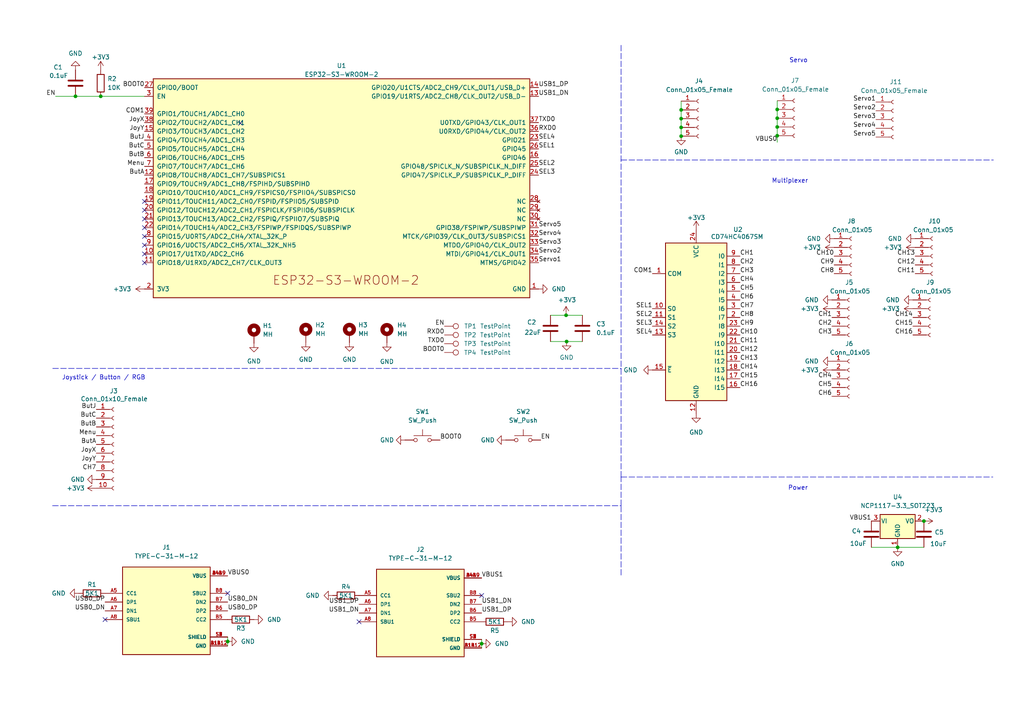
<source format=kicad_sch>
(kicad_sch (version 20211123) (generator eeschema)
  (paper "A4")
  (lib_symbols
    (symbol "74xx:CD74HC4067SM"
      (property "Reference" "U" (at -8.89 22.86 0))
      (property "Value" "CD74HC4067SM" (at 1.27 22.86 0))
      (symbol "CD74HC4067SM_0_1"
        (rectangle (start -8.89 21.59) (end 8.89 -24.13) (stroke (width 0.254)) (fill (type background)))
      )
      (symbol "CD74HC4067SM_1_1"
        (pin passive line (at -12.7 12.7 0) (length 3.81) (name "COM") (number "1"))
        (pin input line (at -12.7 2.54 0) (length 3.81) (name "S0") (number "10"))
        (pin input line (at -12.7 0 0) (length 3.81) (name "S1") (number "11"))
        (pin power_in line (at 0 -27.94 90) (length 3.81) (name "GND") (number "12"))
        (pin input line (at -12.7 -5.08 0) (length 3.81) (name "S3") (number "13"))
        (pin input line (at -12.7 -2.54 0) (length 3.81) (name "S2") (number "14"))
        (pin input line (at -12.7 -15.24 0) (length 3.81) (name "~{E}") (number "15"))
        (pin passive line (at 12.7 -20.32 180) (length 3.81) (name "I15") (number "16"))
        (pin passive line (at 12.7 -17.78 180) (length 3.81) (name "I14") (number "17"))
        (pin passive line (at 12.7 -15.24 180) (length 3.81) (name "I13") (number "18"))
        (pin passive line (at 12.7 -12.7 180) (length 3.81) (name "I12") (number "19"))
        (pin passive line (at 12.7 0 180) (length 3.81) (name "I7") (number "2"))
        (pin passive line (at 12.7 -10.16 180) (length 3.81) (name "I11") (number "20"))
        (pin passive line (at 12.7 -7.62 180) (length 3.81) (name "I10") (number "21"))
        (pin passive line (at 12.7 -5.08 180) (length 3.81) (name "I9") (number "22"))
        (pin passive line (at 12.7 -2.54 180) (length 3.81) (name "I8") (number "23"))
        (pin power_in line (at 0 25.4 270) (length 3.81) (name "VCC") (number "24"))
        (pin passive line (at 12.7 2.54 180) (length 3.81) (name "I6") (number "3"))
        (pin passive line (at 12.7 5.08 180) (length 3.81) (name "I5") (number "4"))
        (pin passive line (at 12.7 7.62 180) (length 3.81) (name "I4") (number "5"))
        (pin passive line (at 12.7 10.16 180) (length 3.81) (name "I3") (number "6"))
        (pin passive line (at 12.7 12.7 180) (length 3.81) (name "I2") (number "7"))
        (pin passive line (at 12.7 15.24 180) (length 3.81) (name "I1") (number "8"))
        (pin passive line (at 12.7 17.78 180) (length 3.81) (name "I0") (number "9"))
      )
    )
    (symbol "Connector:Conn_01x05_Female" (pin_names (offset 1.016) hide)
      (property "Reference" "J" (at 0 7.62 0))
      (property "Value" "Conn_01x05_Female" (at 0 -7.62 0))
      (symbol "Conn_01x05_Female_1_1"
        (arc (start 0 -4.572) (mid -0.508 -5.08) (end 0 -5.588) (stroke (width 0.1524)))
        (arc (start 0 -2.032) (mid -0.508 -2.54) (end 0 -3.048) (stroke (width 0.1524)))
        (polyline (pts (xy -1.27 -5.08) (xy -0.508 -5.08)) (stroke (width 0.1524)))
        (polyline (pts (xy -1.27 -2.54) (xy -0.508 -2.54)) (stroke (width 0.1524)))
        (polyline (pts (xy -1.27 0) (xy -0.508 0)) (stroke (width 0.1524)))
        (polyline (pts (xy -1.27 2.54) (xy -0.508 2.54)) (stroke (width 0.1524)))
        (polyline (pts (xy -1.27 5.08) (xy -0.508 5.08)) (stroke (width 0.1524)))
        (arc (start 0 0.508) (mid -0.508 0) (end 0 -0.508) (stroke (width 0.1524)))
        (arc (start 0 3.048) (mid -0.508 2.54) (end 0 2.032) (stroke (width 0.1524)))
        (arc (start 0 5.588) (mid -0.508 5.08) (end 0 4.572) (stroke (width 0.1524)))
        (pin passive line (at -5.08 5.08 0) (length 3.81) (name "Pin_1") (number "1"))
        (pin passive line (at -5.08 2.54 0) (length 3.81) (name "Pin_2") (number "2"))
        (pin passive line (at -5.08 0 0) (length 3.81) (name "Pin_3") (number "3"))
        (pin passive line (at -5.08 -2.54 0) (length 3.81) (name "Pin_4") (number "4"))
        (pin passive line (at -5.08 -5.08 0) (length 3.81) (name "Pin_5") (number "5"))
      )
    )
    (symbol "Connector:Conn_01x10_Female" (pin_names (offset 1.016) hide)
      (property "Reference" "J" (at 0 12.7 0))
      (property "Value" "Conn_01x10_Female" (at 0 -15.24 0))
      (symbol "Conn_01x10_Female_1_1"
        (arc (start 0 -12.192) (mid -0.508 -12.7) (end 0 -13.208) (stroke (width 0.1524)))
        (arc (start 0 -9.652) (mid -0.508 -10.16) (end 0 -10.668) (stroke (width 0.1524)))
        (arc (start 0 -7.112) (mid -0.508 -7.62) (end 0 -8.128) (stroke (width 0.1524)))
        (arc (start 0 -4.572) (mid -0.508 -5.08) (end 0 -5.588) (stroke (width 0.1524)))
        (arc (start 0 -2.032) (mid -0.508 -2.54) (end 0 -3.048) (stroke (width 0.1524)))
        (polyline (pts (xy -1.27 -12.7) (xy -0.508 -12.7)) (stroke (width 0.1524)))
        (polyline (pts (xy -1.27 -10.16) (xy -0.508 -10.16)) (stroke (width 0.1524)))
        (polyline (pts (xy -1.27 -7.62) (xy -0.508 -7.62)) (stroke (width 0.1524)))
        (polyline (pts (xy -1.27 -5.08) (xy -0.508 -5.08)) (stroke (width 0.1524)))
        (polyline (pts (xy -1.27 -2.54) (xy -0.508 -2.54)) (stroke (width 0.1524)))
        (polyline (pts (xy -1.27 0) (xy -0.508 0)) (stroke (width 0.1524)))
        (polyline (pts (xy -1.27 2.54) (xy -0.508 2.54)) (stroke (width 0.1524)))
        (polyline (pts (xy -1.27 5.08) (xy -0.508 5.08)) (stroke (width 0.1524)))
        (polyline (pts (xy -1.27 7.62) (xy -0.508 7.62)) (stroke (width 0.1524)))
        (polyline (pts (xy -1.27 10.16) (xy -0.508 10.16)) (stroke (width 0.1524)))
        (arc (start 0 0.508) (mid -0.508 0) (end 0 -0.508) (stroke (width 0.1524)))
        (arc (start 0 3.048) (mid -0.508 2.54) (end 0 2.032) (stroke (width 0.1524)))
        (arc (start 0 5.588) (mid -0.508 5.08) (end 0 4.572) (stroke (width 0.1524)))
        (arc (start 0 8.128) (mid -0.508 7.62) (end 0 7.112) (stroke (width 0.1524)))
        (arc (start 0 10.668) (mid -0.508 10.16) (end 0 9.652) (stroke (width 0.1524)))
        (pin passive line (at -5.08 10.16 0) (length 3.81) (name "Pin_1") (number "1"))
        (pin passive line (at -5.08 -12.7 0) (length 3.81) (name "Pin_10") (number "10"))
        (pin passive line (at -5.08 7.62 0) (length 3.81) (name "Pin_2") (number "2"))
        (pin passive line (at -5.08 5.08 0) (length 3.81) (name "Pin_3") (number "3"))
        (pin passive line (at -5.08 2.54 0) (length 3.81) (name "Pin_4") (number "4"))
        (pin passive line (at -5.08 0 0) (length 3.81) (name "Pin_5") (number "5"))
        (pin passive line (at -5.08 -2.54 0) (length 3.81) (name "Pin_6") (number "6"))
        (pin passive line (at -5.08 -5.08 0) (length 3.81) (name "Pin_7") (number "7"))
        (pin passive line (at -5.08 -7.62 0) (length 3.81) (name "Pin_8") (number "8"))
        (pin passive line (at -5.08 -10.16 0) (length 3.81) (name "Pin_9") (number "9"))
      )
    )
    (symbol "Connector:TestPoint" (pin_numbers hide) (pin_names (offset 0.762) hide)
      (property "Reference" "TP" (at 0 6.858 0))
      (property "Value" "TestPoint" (at 0 5.08 0))
      (symbol "TestPoint_0_1"
        (circle (center 0 3.302) (radius 0.762))
      )
      (symbol "TestPoint_1_1"
        (pin passive line (at 0 0 90) (length 2.54) (name "1") (number "1"))
      )
    )
    (symbol "Device:C" (pin_numbers hide) (pin_names (offset 0.254))
      (property "Reference" "C" (at 0.635 2.54 0))
      (property "Value" "C" (at 0.635 -2.54 0))
      (symbol "C_0_1"
        (polyline (pts (xy -2.032 -0.762) (xy 2.032 -0.762)) (stroke (width 0.508)))
        (polyline (pts (xy -2.032 0.762) (xy 2.032 0.762)) (stroke (width 0.508)))
      )
      (symbol "C_1_1"
        (pin passive line (at 0 3.81 270) (length 2.794) (name "~") (number "1"))
        (pin passive line (at 0 -3.81 90) (length 2.794) (name "~") (number "2"))
      )
    )
    (symbol "Device:R" (pin_numbers hide) (pin_names (offset 0))
      (property "Reference" "R" (at 2.032 0 90))
      (property "Value" "R" (at 0 0 90))
      (symbol "R_0_1"
        (rectangle (start -1.016 -2.54) (end 1.016 2.54) (stroke (width 0.254)))
      )
      (symbol "R_1_1"
        (pin passive line (at 0 3.81 270) (length 1.27) (name "~") (number "1"))
        (pin passive line (at 0 -3.81 90) (length 1.27) (name "~") (number "2"))
      )
    )
    (symbol "Espressif:ESP32-S3-WROOM-2" (pin_names (offset 1.016))
      (property "Reference" "U" (at -55.88 38.1 0))
      (property "Value" "ESP32-S3-WROOM-2" (at -55.88 35.56 0))
      (symbol "ESP32-S3-WROOM-2_0_0"
        (rectangle (start -55.88 33.02) (end 53.34 -30.48) (stroke (width 0.254)) (fill (type background)))
        (text "ESP32-S3-WROOM-2" (at 0 -25.4 0) (effects (font (size 2.54 2.54))))
        (pin power_in line (at 55.88 -27.94 180) (length 2.54) (name "GND") (number "1"))
        (pin bidirectional line (at -58.42 -17.78 0) (length 2.54) (name "GPIO17/U1TXD/ADC2_CH6") (number "10"))
        (pin bidirectional line (at -58.42 -20.32 0) (length 2.54) (name "GPIO18/U1RXD/ADC2_CH7/CLK_OUT3") (number "11"))
        (pin bidirectional line (at -58.42 5.08 0) (length 2.54) (name "GPIO8/TOUCH8/ADC1_CH7/SUBSPICS1") (number "12"))
        (pin bidirectional line (at 55.88 27.94 180) (length 2.54) (name "GPIO19/U1RTS/ADC2_CH8/CLK_OUT2/USB_D-") (number "13"))
        (pin bidirectional line (at 55.88 30.48 180) (length 2.54) (name "GPIO20/U1CTS/ADC2_CH9/CLK_OUT1/USB_D+") (number "14"))
        (pin bidirectional line (at -58.42 17.78 0) (length 2.54) (name "GPIO3/TOUCH3/ADC1_CH2") (number "15"))
        (pin bidirectional line (at 55.88 10.16 180) (length 2.54) (name "GPIO46") (number "16"))
        (pin bidirectional line (at -58.42 2.54 0) (length 2.54) (name "GPIO9/TOUCH9/ADC1_CH8/FSPIHD/SUBSPIHD") (number "17"))
        (pin bidirectional line (at -58.42 0 0) (length 2.54) (name "GPIO10/TOUCH10/ADC1_CH9/FSPICS0/FSPIIO4/SUBSPICS0") (number "18"))
        (pin bidirectional line (at -58.42 -2.54 0) (length 2.54) (name "GPIO11/TOUCH11/ADC2_CH0/FSPID/FSPIIO5/SUBSPID") (number "19"))
        (pin power_in line (at -58.42 -27.94 0) (length 2.54) (name "3V3") (number "2"))
        (pin bidirectional line (at -58.42 -5.08 0) (length 2.54) (name "GPIO12/TOUCH12/ADC2_CH1/FSPICLK/FSPIIO6/SUBSPICLK") (number "20"))
        (pin bidirectional line (at -58.42 -7.62 0) (length 2.54) (name "GPIO13/TOUCH13/ADC2_CH2/FSPIQ/FSPIIO7/SUBSPIQ") (number "21"))
        (pin bidirectional line (at -58.42 -10.16 0) (length 2.54) (name "GPIO14/TOUCH14/ADC2_CH3/FSPIWP/FSPIDQS/SUBSPIWP") (number "22"))
        (pin bidirectional line (at 55.88 15.24 180) (length 2.54) (name "GPIO21") (number "23"))
        (pin bidirectional line (at 55.88 5.08 180) (length 2.54) (name "GPIO47/SPICLK_P/SUBSPICLK_P_DIFF") (number "24"))
        (pin bidirectional line (at 55.88 7.62 180) (length 2.54) (name "GPIO48/SPICLK_N/SUBSPICLK_N_DIFF") (number "25"))
        (pin bidirectional line (at 55.88 12.7 180) (length 2.54) (name "GPIO45") (number "26"))
        (pin bidirectional line (at -58.42 30.48 0) (length 2.54) (name "GPIO0/BOOT") (number "27"))
        (pin no_connect line (at 55.88 -2.54 180) (length 2.54) (name "NC") (number "28"))
        (pin no_connect line (at 55.88 -5.08 180) (length 2.54) (name "NC") (number "29"))
        (pin input line (at -58.42 27.94 0) (length 2.54) (name "EN") (number "3"))
        (pin no_connect line (at 55.88 -7.62 180) (length 2.54) (name "NC") (number "30"))
        (pin bidirectional line (at 55.88 -10.16 180) (length 2.54) (name "GPIO38/FSPIWP/SUBSPIWP") (number "31"))
        (pin bidirectional line (at 55.88 -12.7 180) (length 2.54) (name "MTCK/GPIO39/CLK_OUT3/SUBSPICS1") (number "32"))
        (pin bidirectional line (at 55.88 -15.24 180) (length 2.54) (name "MTDO/GPIO40/CLK_OUT2") (number "33"))
        (pin bidirectional line (at 55.88 -17.78 180) (length 2.54) (name "MTDI/GPIO41/CLK_OUT1") (number "34"))
        (pin bidirectional line (at 55.88 -20.32 180) (length 2.54) (name "MTMS/GPIO42") (number "35"))
        (pin bidirectional line (at 55.88 17.78 180) (length 2.54) (name "U0RXD/GPIO44/CLK_OUT2") (number "36"))
        (pin bidirectional line (at 55.88 20.32 180) (length 2.54) (name "U0TXD/GPIO43/CLK_OUT1") (number "37"))
        (pin bidirectional line (at -58.42 20.32 0) (length 2.54) (name "GPIO2/TOUCH2/ADC1_CH1") (number "38"))
        (pin bidirectional line (at -58.42 22.86 0) (length 2.54) (name "GPIO1/TOUCH1/ADC1_CH0") (number "39"))
        (pin bidirectional line (at -58.42 15.24 0) (length 2.54) (name "GPIO4/TOUCH4/ADC1_CH3") (number "4"))
        (pin passive line (at 55.88 -27.94 180) (length 2.54) hide (name "GND") (number "40"))
        (pin passive line (at 55.88 -27.94 180) (length 2.54) hide (name "GND") (number "41"))
        (pin bidirectional line (at -58.42 12.7 0) (length 2.54) (name "GPIO5/TOUCH5/ADC1_CH4") (number "5"))
        (pin bidirectional line (at -58.42 10.16 0) (length 2.54) (name "GPIO6/TOUCH6/ADC1_CH5") (number "6"))
        (pin bidirectional line (at -58.42 7.62 0) (length 2.54) (name "GPIO7/TOUCH7/ADC1_CH6") (number "7"))
        (pin bidirectional line (at -58.42 -12.7 0) (length 2.54) (name "GPIO15/U0RTS/ADC2_CH4/XTAL_32K_P") (number "8"))
        (pin bidirectional line (at -58.42 -15.24 0) (length 2.54) (name "GPIO16/U0CTS/ADC2_CH5/XTAL_32K_NH5") (number "9"))
      )
    )
    (symbol "Mechanical:MountingHole_Pad" (pin_numbers hide) (pin_names (offset 1.016) hide)
      (property "Reference" "H" (at 0 6.35 0))
      (property "Value" "MountingHole_Pad" (at 0 4.445 0))
      (symbol "MountingHole_Pad_0_1"
        (circle (center 0 1.27) (radius 1.27) (stroke (width 1.27)))
      )
      (symbol "MountingHole_Pad_1_1"
        (pin input line (at 0 -2.54 90) (length 2.54) (name "1") (number "1"))
      )
    )
    (symbol "Regulator_Linear:NCP1117-3.3_SOT223" (pin_names (offset 0.254))
      (property "Reference" "U" (at -3.81 3.175 0))
      (property "Value" "NCP1117-3.3_SOT223" (at 0 3.175 0))
      (symbol "NCP1117-3.3_SOT223_0_1"
        (rectangle (start -5.08 -5.08) (end 5.08 1.905) (stroke (width 0.254)) (fill (type background)))
      )
      (symbol "NCP1117-3.3_SOT223_1_1"
        (pin power_in line (at 0 -7.62 90) (length 2.54) (name "GND") (number "1"))
        (pin power_out line (at 7.62 0 180) (length 2.54) (name "VO") (number "2"))
        (pin power_in line (at -7.62 0 0) (length 2.54) (name "VI") (number "3"))
      )
    )
    (symbol "Switch:SW_Push" (pin_numbers hide) (pin_names (offset 1.016) hide)
      (property "Reference" "SW" (at 1.27 2.54 0))
      (property "Value" "SW_Push" (at 0 -1.524 0))
      (symbol "SW_Push_0_1"
        (circle (center -2.032 0) (radius 0.508))
        (polyline (pts (xy 0 1.27) (xy 0 3.048)))
        (polyline (pts (xy 2.54 1.27) (xy -2.54 1.27)))
        (circle (center 2.032 0) (radius 0.508))
        (pin passive line (at -5.08 0 0) (length 2.54) (name "1") (number "1"))
        (pin passive line (at 5.08 0 180) (length 2.54) (name "2") (number "2"))
      )
    )
    (symbol "TYPE-C-31-M-12:TYPE-C-31-M-12" (pin_names (offset 1.016))
      (property "Reference" "J" (at -12.7 13.462 0))
      (property "Value" "TYPE-C-31-M-12" (at -12.7 -13.462 0))
      (symbol "TYPE-C-31-M-12_0_0"
        (rectangle (start -12.7 -12.7) (end 12.7 12.7) (stroke (width 0.254)) (fill (type background)))
        (pin power_in line (at 17.78 -10.16 180) (length 5.08) (name "GND") (number "A1B12"))
        (pin power_in line (at 17.78 10.16 180) (length 5.08) (name "VBUS") (number "A4B9"))
        (pin bidirectional line (at -17.78 5.08 0) (length 5.08) (name "CC1") (number "A5"))
        (pin bidirectional line (at -17.78 2.54 0) (length 5.08) (name "DP1") (number "A6"))
        (pin bidirectional line (at -17.78 0 0) (length 5.08) (name "DN1") (number "A7"))
        (pin bidirectional line (at -17.78 -2.54 0) (length 5.08) (name "SBU1") (number "A8"))
        (pin power_in line (at 17.78 -10.16 180) (length 5.08) (name "GND") (number "B1A12"))
        (pin power_in line (at 17.78 10.16 180) (length 5.08) (name "VBUS") (number "B4A9"))
        (pin bidirectional line (at 17.78 -2.54 180) (length 5.08) (name "CC2") (number "B5"))
        (pin bidirectional line (at 17.78 0 180) (length 5.08) (name "DP2") (number "B6"))
        (pin bidirectional line (at 17.78 2.54 180) (length 5.08) (name "DN2") (number "B7"))
        (pin bidirectional line (at 17.78 5.08 180) (length 5.08) (name "SBU2") (number "B8"))
        (pin passive line (at 17.78 -7.62 180) (length 5.08) (name "SHIELD") (number "S1"))
        (pin passive line (at 17.78 -7.62 180) (length 5.08) (name "SHIELD") (number "S2"))
        (pin passive line (at 17.78 -7.62 180) (length 5.08) (name "SHIELD") (number "S3"))
        (pin passive line (at 17.78 -7.62 180) (length 5.08) (name "SHIELD") (number "S4"))
      )
    )
    (symbol "power:+3.3V" (power) (pin_names (offset 0))
      (property "Value" "+3.3V" (at 0 3.556 0))
      (symbol "+3.3V_0_1"
        (polyline (pts (xy -0.762 1.27) (xy 0 2.54)))
        (polyline (pts (xy 0 0) (xy 0 2.54)))
        (polyline (pts (xy 0 2.54) (xy 0.762 1.27)))
      )
      (symbol "+3.3V_1_1"
        (pin power_in line (at 0 0 90) (length 0) hide (name "+3V3") (number "1"))
      )
    )
    (symbol "power:GND" (power) (pin_names (offset 0))
      (property "Value" "GND" (at 0 -3.81 0))
      (symbol "GND_0_1"
        (polyline (pts (xy 0 0) (xy 0 -1.27) (xy 1.27 -1.27) (xy 0 -2.54) (xy -1.27 -1.27) (xy 0 -1.27)))
      )
      (symbol "GND_1_1"
        (pin power_in line (at 0 0 270) (length 0) hide (name "GND") (number "1"))
      )
    )
  )
  (junction (at 225.425 39.37))
  (junction (at 260.35 158.75))
  (junction (at 66.04 186.055))
  (junction (at 29.21 27.94))
  (junction (at 225.425 34.29))
  (junction (at 225.425 36.83))
  (junction (at 164.1856 91.44))
  (junction (at 197.5612 31.877))
  (junction (at 21.8948 27.94))
  (junction (at 197.5612 39.497))
  (junction (at 139.7 186.69))
  (junction (at 164.338 99.06))
  (junction (at 197.5612 34.417))
  (junction (at 197.5612 36.957))
  (junction (at 267.97 151.13))
  (junction (at 225.425 31.75))
  (no_connect (at 41.91 63.5))
  (no_connect (at 41.91 58.42))
  (no_connect (at 41.91 60.96))
  (no_connect (at 41.91 66.04))
  (no_connect (at 41.91 68.58))
  (no_connect (at 41.91 71.12))
  (no_connect (at 41.91 73.66))
  (no_connect (at 41.91 76.2))
  (no_connect (at 139.7 172.72))
  (no_connect (at 69.7484 35.7378))
  (no_connect (at 30.48 179.705))
  (no_connect (at 104.14 180.34))
  (no_connect (at 66.04 172.085))
  (polyline (pts (xy 180.1368 138.3538) (xy 180.1368 46.4058)))
  (wire (pts (xy 139.7 185.42) (xy 139.7 186.69)))
  (wire (pts (xy 225.425 29.21) (xy 225.425 31.75)))
  (polyline (pts (xy 180.1368 166.8018) (xy 180.1368 146.685)))
  (wire (pts (xy 225.425 39.37) (xy 225.425 41.275)))
  (polyline (pts (xy 15.24 146.685) (xy 180.1368 146.685)))
  (wire (pts (xy 66.04 184.785) (xy 66.04 186.055)))
  (wire (pts (xy 16.1036 27.94) (xy 21.8948 27.94)))
  (polyline (pts (xy 15.2908 106.8578) (xy 180.1368 106.8578)))
  (wire (pts (xy 197.5612 36.957) (xy 197.5612 39.497)))
  (wire (pts (xy 164.338 99.06) (xy 168.91 99.06)))
  (wire (pts (xy 159.6644 91.44) (xy 164.1856 91.44)))
  (polyline (pts (xy 180.1368 13.1318) (xy 180.1368 46.4058)))
  (wire (pts (xy 252.73 158.75) (xy 260.35 158.75)))
  (polyline (pts (xy 180.1368 106.8578) (xy 180.1368 107.061)))
  (wire (pts (xy 164.1856 91.44) (xy 168.91 91.44)))
  (wire (pts (xy 139.7 186.69) (xy 139.7 187.96)))
  (polyline (pts (xy 180.1368 46.4058) (xy 288.1376 46.4058)))
  (wire (pts (xy 159.6644 99.06) (xy 164.338 99.06)))
  (wire (pts (xy 225.425 34.29) (xy 225.425 36.83)))
  (polyline (pts (xy 180.1368 146.6342) (xy 180.1368 138.3538)))
  (wire (pts (xy 66.04 186.055) (xy 66.04 187.325)))
  (polyline (pts (xy 180.1368 138.3538) (xy 287.9852 138.3538)))
  (wire (pts (xy 225.425 36.83) (xy 225.425 39.37)))
  (wire (pts (xy 197.5612 34.417) (xy 197.5612 36.957)))
  (wire (pts (xy 197.5612 29.337) (xy 197.5612 31.877)))
  (wire (pts (xy 197.5612 31.877) (xy 197.5612 34.417)))
  (wire (pts (xy 260.35 158.75) (xy 267.97 158.75)))
  (wire (pts (xy 225.425 31.75) (xy 225.425 34.29)))
  (wire (pts (xy 29.21 27.94) (xy 41.91 27.94)))
  (wire (pts (xy 21.8948 27.94) (xy 29.21 27.94)))
  (text "Servo" (at 228.9048 18.3642 0) (effects (font (size 1.27 1.27)) (justify left bottom)))
  (text "Joystick / Button / RGB" (at 17.9324 110.363 0) (effects (font (size 1.27 1.27)) (justify left bottom)))
  (text "Multiplexer" (at 223.8248 53.3146 0) (effects (font (size 1.27 1.27)) (justify left bottom)))
  (text "Power" (at 228.5492 142.367 0) (effects (font (size 1.27 1.27)) (justify left bottom)))
  (label "USB1_DN" (at 139.7 175.26 0))
  (label "CH14" (at 264.795 92.075 180))
  (label "SEL2" (at 189.23 92.075 180))
  (label "Menu" (at 27.94 126.365 180))
  (label "EN" (at 128.905 94.615 180))
  (label "CH6" (at 214.63 86.995 0))
  (label "COM1" (at 189.23 79.375 180))
  (label "CH8" (at 241.935 79.375 180))
  (label "CH16" (at 214.63 112.395 0))
  (label "USB0_DP" (at 66.04 177.165 0))
  (label "EN" (at 16.1036 27.94 180))
  (label "Servo1" (at 156.21 76.2 0))
  (label "SEL3" (at 189.23 94.615 180))
  (label "ButA" (at 41.91 50.8 180))
  (label "Servo5" (at 254.0508 39.751 180))
  (label "CH3" (at 214.63 79.375 0))
  (label "USB1_DP" (at 156.21 25.4 0))
  (label "ButC" (at 41.91 43.18 180))
  (label "Servo2" (at 156.21 73.66 0))
  (label "SEL3" (at 156.21 50.8 0))
  (label "CH3" (at 241.3 97.155 180))
  (label "USB1_DN" (at 104.14 177.8 180))
  (label "CH13" (at 265.43 74.295 180))
  (label "COM1" (at 41.91 33.02 180))
  (label "BOOT0" (at 128.905 102.235 180))
  (label "Servo5" (at 156.21 66.04 0))
  (label "CH2" (at 214.63 76.835 0))
  (label "VBUS0" (at 225.425 41.275 180))
  (label "SEL2" (at 156.21 48.26 0))
  (label "TXD0" (at 156.21 35.56 0))
  (label "ButB" (at 27.94 123.825 180))
  (label "BOOT0" (at 41.91 25.4 180))
  (label "CH1" (at 241.3 92.075 180))
  (label "CH11" (at 265.43 79.375 180))
  (label "CH12" (at 265.43 76.835 180))
  (label "TXD0" (at 128.905 99.695 180))
  (label "CH9" (at 214.63 94.615 0))
  (label "CH7" (at 214.63 89.535 0))
  (label "CH12" (at 214.63 102.235 0))
  (label "Servo3" (at 156.21 71.12 0))
  (label "USB0_DN" (at 30.48 177.165 180))
  (label "JoyY" (at 41.91 38.1 180))
  (label "Servo3" (at 254.0508 34.671 180))
  (label "RXD0" (at 156.21 38.1 0))
  (label "CH4" (at 214.63 81.915 0))
  (label "CH1" (at 214.63 74.295 0))
  (label "CH4" (at 241.3 109.855 180))
  (label "CH10" (at 241.935 74.295 180))
  (label "USB1_DP" (at 104.14 175.26 180))
  (label "Menu" (at 41.91 48.26 180))
  (label "Servo4" (at 254.0508 37.211 180))
  (label "CH15" (at 214.63 109.855 0))
  (label "CH11" (at 214.63 99.695 0))
  (label "CH5" (at 214.63 84.455 0))
  (label "CH15" (at 264.795 94.615 180))
  (label "CH6" (at 241.3 114.935 180))
  (label "ButJ" (at 41.91 40.64 180))
  (label "RXD0" (at 128.905 97.155 180))
  (label "CH9" (at 241.935 76.835 180))
  (label "CH13" (at 214.63 104.775 0))
  (label "CH7" (at 27.94 136.525 180))
  (label "JoyY" (at 27.94 133.985 180))
  (label "VBUS1" (at 139.7 167.64 0))
  (label "USB0_DN" (at 66.04 174.625 0))
  (label "Servo4" (at 156.21 68.58 0))
  (label "USB1_DN" (at 156.21 27.94 0))
  (label "ButC" (at 27.94 121.285 180))
  (label "CH2" (at 241.3 94.615 180))
  (label "CH10" (at 214.63 97.155 0))
  (label "JoyX" (at 41.91 35.56 180))
  (label "ButJ" (at 27.94 118.745 180))
  (label "EN" (at 156.845 127.635 0))
  (label "USB0_DP" (at 30.48 174.625 180))
  (label "CH14" (at 214.63 107.315 0))
  (label "JoyX" (at 27.94 131.445 180))
  (label "ButA" (at 27.94 128.905 180))
  (label "CH8" (at 214.63 92.075 0))
  (label "Servo1" (at 254.0508 29.591 180))
  (label "VBUS1" (at 252.73 151.13 180))
  (label "SEL4" (at 189.23 97.155 180))
  (label "SEL1" (at 156.21 43.18 0))
  (label "Servo2" (at 254.0508 32.131 180))
  (label "SEL1" (at 189.23 89.535 180))
  (label "BOOT0" (at 127.635 127.635 0))
  (label "CH5" (at 241.3 112.395 180))
  (label "SEL4" (at 156.21 40.64 0))
  (label "ButB" (at 41.91 45.72 180))
  (label "CH16" (at 264.795 97.155 180))
  (label "USB1_DP" (at 139.7 177.8 0))
  (label "VBUS0" (at 66.04 167.005 0))
  (symbol (lib_id "power:GND") (at 101.346 99.3394 0) (unit 1)
    (property "Reference" "#PWR0122" (effects hide))
    (property "Value" "GND" (at 101.346 104.267 0))
  )
  (symbol (lib_id "power:+3.3V") (at 265.43 71.755 90) (unit 1)
    (property "Reference" "#PWR0115" (effects hide))
    (property "Value" "+3.3V" (at 261.62 71.7549 90) (effects (justify left)))
  )
  (symbol (lib_id "Connector:Conn_01x05_Female") (at 202.6412 34.417 0) (unit 1)
    (property "Reference" "J4" (at 201.5236 23.495 0) (effects (justify left)))
    (property "Value" "Conn_01x05_Female" (at 193.0908 26.035 0) (effects (justify left)))
    (property "Footprint" "Connector_PinHeader_2.54mm:PinHeader_1x05_P2.54mm_Vertical" (effects hide))
  )
  (symbol (lib_id "power:+3.3V") (at 29.21 20.32 0) (unit 1)
    (property "Reference" "#PWR0127" (effects hide))
    (property "Value" "+3.3V" (at 29.21 16.5608 0))
  )
  (symbol (lib_id "power:+3.3V") (at 241.935 71.755 90) (unit 1)
    (property "Reference" "#PWR0111" (effects hide))
    (property "Value" "+3.3V" (at 238.125 71.7549 90) (effects (justify left)))
  )
  (symbol (lib_id "power:+3.3V") (at 41.91 83.82 90) (unit 1)
    (property "Reference" "#PWR0104" (effects hide))
    (property "Value" "+3.3V" (at 38.1 83.8199 90) (effects (justify left)))
  )
  (symbol (lib_id "power:GND") (at 21.8948 20.32 180) (unit 1)
    (property "Reference" "#PWR0130" (effects hide))
    (property "Value" "GND" (at 21.8948 15.494 0))
  )
  (symbol (lib_id "Device:R") (at 100.33 172.72 90) (unit 1)
    (property "Reference" "R4" (at 100.33 170.18 90))
    (property "Value" "5K1" (at 100.33 172.72 90))
    (property "Footprint" "Resistor_SMD:R_0402_1005Metric" (effects hide))
  )
  (symbol (lib_id "Connector:Conn_01x05_Female") (at 259.1308 34.671 0) (unit 1)
    (property "Reference" "J11" (at 258.0132 23.749 0) (effects (justify left)))
    (property "Value" "Conn_01x05_Female" (at 249.5804 26.289 0) (effects (justify left)))
    (property "Footprint" "Connector_PinHeader_2.54mm:PinHeader_1x05_P2.54mm_Vertical" (effects hide))
  )
  (symbol (lib_id "Connector:Conn_01x05_Female") (at 246.38 92.075 0) (unit 1)
    (property "Reference" "J5" (at 245.11 81.915 0) (effects (justify left)))
    (property "Value" "Conn_01x05" (at 240.665 84.455 0) (effects (justify left)))
    (property "Footprint" "Connector_JST:JST_XA_B05B-XASK-1-A_1x05_P2.50mm_Vertical" (effects hide))
  )
  (symbol (lib_id "power:GND") (at 241.3 104.775 270) (unit 1)
    (property "Reference" "#PWR0106" (effects hide))
    (property "Value" "GND" (at 237.49 104.7749 90) (effects (justify right)))
  )
  (symbol (lib_id "Mechanical:MountingHole_Pad") (at 101.346 96.7994 0) (unit 1)
    (property "Reference" "H3" (at 103.886 94.2593 0) (effects (justify left)))
    (property "Value" "MH" (at 103.886 96.7993 0) (effects (justify left)))
    (property "Footprint" "MountingHole:MountingHole_2.2mm_M2_Pad" (effects hide))
  )
  (symbol (lib_id "Connector:TestPoint") (at 128.905 102.235 270) (unit 1)
    (property "Reference" "TP4" (at 134.5438 102.2858 90) (effects (justify left)))
    (property "Value" "TestPoint" (at 139.2174 102.235 90) (effects (justify left)))
    (property "Footprint" "TestPoint:TestPoint_Pad_D1.5mm" (effects hide))
  )
  (symbol (lib_id "Connector:Conn_01x05_Female") (at 230.505 34.29 0) (unit 1)
    (property "Reference" "J7" (at 229.3874 23.368 0) (effects (justify left)))
    (property "Value" "Conn_01x05_Female" (at 220.9546 25.908 0) (effects (justify left)))
    (property "Footprint" "Connector_PinHeader_2.54mm:PinHeader_1x05_P2.54mm_Vertical" (effects hide))
  )
  (symbol (lib_id "Connector:Conn_01x05_Female") (at 247.015 74.295 0) (unit 1)
    (property "Reference" "J8" (at 245.745 64.135 0) (effects (justify left)))
    (property "Value" "Conn_01x05" (at 241.3 66.675 0) (effects (justify left)))
    (property "Footprint" "Connector_JST:JST_XA_B05B-XASK-1-A_1x05_P2.50mm_Vertical" (effects hide))
  )
  (symbol (lib_id "TYPE-C-31-M-12:TYPE-C-31-M-12") (at 48.26 177.165 0) (unit 1)
    (property "Reference" "J1" (at 48.26 158.75 0))
    (property "Value" "TYPE-C-31-M-12" (at 48.26 161.29 0))
    (property "Footprint" "footprint:HRO_TYPE-C-31-M-12" (effects hide))
    (property "MANUFACTURER" "HRO Electronics" (effects hide))
    (property "PARTREV" "A" (effects hide))
    (property "MAXIMUM_PACKAGE_HEIGHT" "3.31mm" (effects hide))
    (property "STANDARD" "Manufacturer Recommendations" (effects hide))
    (property "LCSC" "C165948" (effects hide))
  )
  (symbol (lib_id "power:GND") (at 22.86 172.085 270) (unit 1)
    (property "Reference" "#PWR0132" (effects hide))
    (property "Value" "GND" (at 19.05 172.0849 90) (effects (justify right)))
  )
  (symbol (lib_id "TYPE-C-31-M-12:TYPE-C-31-M-12") (at 121.92 177.8 0) (unit 1)
    (property "Reference" "J2" (at 121.92 159.385 0))
    (property "Value" "TYPE-C-31-M-12" (at 121.92 161.925 0))
    (property "Footprint" "footprint:HRO_TYPE-C-31-M-12" (effects hide))
    (property "MANUFACTURER" "HRO Electronics" (effects hide))
    (property "PARTREV" "A" (effects hide))
    (property "MAXIMUM_PACKAGE_HEIGHT" "3.31mm" (effects hide))
    (property "STANDARD" "Manufacturer Recommendations" (effects hide))
    (property "LCSC" "C165948" (effects hide))
  )
  (symbol (lib_id "Connector:TestPoint") (at 128.905 94.615 270) (unit 1)
    (property "Reference" "TP1" (at 134.5946 94.615 90) (effects (justify left)))
    (property "Value" "TestPoint" (at 139.2174 94.615 90) (effects (justify left)))
    (property "Footprint" "TestPoint:TestPoint_Pad_D1.5mm" (effects hide))
  )
  (symbol (lib_id "Device:C") (at 168.91 95.25 0) (unit 1)
    (property "Reference" "C3" (at 172.9232 93.9799 0) (effects (justify left)))
    (property "Value" "0.1uF" (at 172.9232 96.5199 0) (effects (justify left)))
    (property "Footprint" "Capacitor_SMD:C_0402_1005Metric" (effects hide))
  )
  (symbol (lib_id "power:GND") (at 73.66 99.5426 0) (unit 1)
    (property "Reference" "#PWR0123" (effects hide))
    (property "Value" "GND" (at 73.66 104.775 0))
  )
  (symbol (lib_id "power:+3.3V") (at 164.1856 91.44 0) (unit 1)
    (property "Reference" "#PWR0126" (effects hide))
    (property "Value" "+3.3V" (at 164.465 86.995 0))
  )
  (symbol (lib_id "Mechanical:MountingHole_Pad") (at 73.66 97.0026 0) (unit 1)
    (property "Reference" "H1" (at 76.2 94.4625 0) (effects (justify left)))
    (property "Value" "MH" (at 76.2 97.0025 0) (effects (justify left)))
    (property "Footprint" "MountingHole:MountingHole_2.2mm_M2_Pad" (effects hide))
  )
  (symbol (lib_id "Device:C") (at 159.6644 95.25 0) (unit 1)
    (property "Reference" "C2" (at 152.8572 93.472 0) (effects (justify left)))
    (property "Value" "22uF" (at 152.0952 96.4184 0) (effects (justify left)))
    (property "Footprint" "Capacitor_SMD:C_0402_1005Metric" (effects hide))
  )
  (symbol (lib_id "power:GND") (at 197.5612 39.497 0) (unit 1)
    (property "Reference" "#PWR0119" (effects hide))
    (property "Value" "GND" (at 197.5612 44.069 0))
  )
  (symbol (lib_id "Mechanical:MountingHole_Pad") (at 112.2172 96.8502 0) (unit 1)
    (property "Reference" "H4" (at 115.1636 94.3101 0) (effects (justify left)))
    (property "Value" "MH" (at 115.1636 96.8501 0) (effects (justify left)))
    (property "Footprint" "MountingHole:MountingHole_2.2mm_M2_Pad" (effects hide))
  )
  (symbol (lib_id "Switch:SW_Push") (at 151.765 127.635 0) (unit 1)
    (property "Reference" "SW2" (at 151.765 119.38 0))
    (property "Value" "SW_Push" (at 151.765 121.92 0))
    (property "Footprint" "Button_Switch_SMD:SW_Push_1P1T_NO_CK_KMR2" (effects hide))
  )
  (symbol (lib_id "power:GND") (at 66.04 186.055 90) (unit 1)
    (property "Reference" "#PWR0133" (effects hide))
    (property "Value" "GND" (at 69.85 186.0549 90) (effects (justify right)))
  )
  (symbol (lib_id "Connector:Conn_01x10_Female") (at 33.02 128.905 0) (unit 1)
    (property "Reference" "J3" (at 31.8008 113.411 0) (effects (justify left)))
    (property "Value" "Conn_01x10_Female" (at 23.368 115.697 0) (effects (justify left)))
    (property "Footprint" "Connector_JST:JST_XH_B10B-XH-AM_1x10_P2.50mm_Vertical" (effects hide))
  )
  (symbol (lib_id "Device:C") (at 267.97 154.94 0) (unit 1)
    (property "Reference" "C5" (at 271.0688 154.3812 0) (effects (justify left)))
    (property "Value" "10uF" (at 269.748 157.734 0) (effects (justify left)))
    (property "Footprint" "Capacitor_SMD:C_0402_1005Metric" (effects hide))
  )
  (symbol (lib_id "power:GND") (at 241.3 86.995 270) (unit 1)
    (property "Reference" "#PWR0107" (effects hide))
    (property "Value" "GND" (at 237.49 86.9949 90) (effects (justify right)))
  )
  (symbol (lib_id "Connector:TestPoint") (at 128.905 99.695 270) (unit 1)
    (property "Reference" "TP3" (at 134.5438 99.695 90) (effects (justify left)))
    (property "Value" "TestPoint" (at 139.2174 99.695 90) (effects (justify left)))
    (property "Footprint" "TestPoint:TestPoint_Pad_D1.5mm" (effects hide))
  )
  (symbol (lib_id "Device:C") (at 21.8948 24.13 0) (unit 1)
    (property "Reference" "C1" (at 15.494 19.5072 0) (effects (justify left)))
    (property "Value" "0.1uF" (at 14.2748 21.9456 0) (effects (justify left)))
    (property "Footprint" "Capacitor_SMD:C_0402_1005Metric" (effects hide))
  )
  (symbol (lib_id "74xx:CD74HC4067SM") (at 201.93 92.075 0) (unit 1)
    (property "Reference" "U2" (at 212.6488 66.5734 0) (effects (justify left)))
    (property "Value" "CD74HC4067SM" (at 206.1464 68.6562 0) (effects (justify left)))
    (property "Footprint" "Package_SO:SSOP-24_5.3x8.2mm_P0.65mm" (effects hide))
    (property "Datasheet" "http://www.ti.com/lit/ds/symlink/cd74hc4067.pdf" (effects hide))
  )
  (symbol (lib_id "power:GND") (at 73.66 179.705 90) (unit 1)
    (property "Reference" "#PWR0134" (effects hide))
    (property "Value" "GND" (at 77.47 179.7049 90) (effects (justify right)))
  )
  (symbol (lib_id "Device:R") (at 29.21 24.13 0) (unit 1)
    (property "Reference" "R2" (at 31.1404 22.8599 0) (effects (justify left)))
    (property "Value" "10K" (at 31.1404 25.3999 0) (effects (justify left)))
    (property "Footprint" "Resistor_SMD:R_0402_1005Metric" (effects hide))
  )
  (symbol (lib_id "power:GND") (at 241.935 69.215 270) (unit 1)
    (property "Reference" "#PWR0112" (effects hide))
    (property "Value" "GND" (at 238.125 69.2149 90) (effects (justify right)))
  )
  (symbol (lib_id "power:GND") (at 147.32 180.34 90) (unit 1)
    (property "Reference" "#PWR0136" (effects hide))
    (property "Value" "GND" (at 151.13 180.3399 90) (effects (justify right)))
  )
  (symbol (lib_id "Connector:TestPoint") (at 128.905 97.155 270) (unit 1)
    (property "Reference" "TP2" (at 134.5438 97.155 90) (effects (justify left)))
    (property "Value" "TestPoint" (at 139.1666 97.155 90) (effects (justify left)))
    (property "Footprint" "TestPoint:TestPoint_Pad_D1.5mm" (effects hide))
  )
  (symbol (lib_id "power:GND") (at 27.94 139.065 270) (unit 1)
    (property "Reference" "#PWR0138" (effects hide))
    (property "Value" "GND" (at 24.5872 139.0649 90) (effects (justify right)))
  )
  (symbol (lib_id "power:GND") (at 265.43 69.215 270) (unit 1)
    (property "Reference" "#PWR0114" (effects hide))
    (property "Value" "GND" (at 261.62 69.2149 90) (effects (justify right)))
  )
  (symbol (lib_id "power:GND") (at 112.2172 99.3902 0) (unit 1)
    (property "Reference" "#PWR0121" (effects hide))
    (property "Value" "GND" (at 112.2172 104.8766 0))
  )
  (symbol (lib_id "power:+3.3V") (at 264.795 89.535 90) (unit 1)
    (property "Reference" "#PWR0113" (effects hide))
    (property "Value" "+3.3V" (at 260.985 89.5349 90) (effects (justify left)))
  )
  (symbol (lib_id "power:GND") (at 189.23 107.315 270) (unit 1)
    (property "Reference" "#PWR0109" (effects hide))
    (property "Value" "GND" (at 184.912 107.3149 90) (effects (justify right)))
  )
  (symbol (lib_id "power:+3.3V") (at 201.93 66.675 0) (unit 1)
    (property "Reference" "#PWR0120" (effects hide))
    (property "Value" "+3.3V" (at 201.93 63.119 0))
  )
  (symbol (lib_id "power:+3.3V") (at 241.3 107.315 90) (unit 1)
    (property "Reference" "#PWR0105" (effects hide))
    (property "Value" "+3.3V" (at 237.49 107.3149 90) (effects (justify left)))
  )
  (symbol (lib_id "power:GND") (at 88.6968 99.3394 0) (unit 1)
    (property "Reference" "#PWR0124" (effects hide))
    (property "Value" "GND" (at 88.6968 104.267 0))
  )
  (symbol (lib_id "Device:R") (at 69.85 179.705 90) (unit 1)
    (property "Reference" "R3" (at 69.85 182.245 90))
    (property "Value" "5K1" (at 69.85 179.705 90))
    (property "Footprint" "Resistor_SMD:R_0402_1005Metric" (effects hide))
  )
  (symbol (lib_id "power:+3.3V") (at 267.97 151.13 270) (unit 1)
    (property "Reference" "#PWR0103" (effects hide))
    (property "Value" "+3.3V" (at 268.1224 147.8788 90) (effects (justify left)))
  )
  (symbol (lib_id "Regulator_Linear:NCP1117-3.3_SOT223") (at 260.35 151.13 0) (unit 1)
    (property "Reference" "U4" (at 260.35 144.145 0))
    (property "Value" "NCP1117-3.3_SOT223" (at 260.35 146.685 0))
    (property "Footprint" "Package_TO_SOT_SMD:SOT-223-3_TabPin2" (effects hide))
    (property "Datasheet" "http://www.onsemi.com/pub_link/Collateral/NCP1117-D.PDF" (effects hide))
  )
  (symbol (lib_id "power:GND") (at 164.338 99.06 0) (unit 1)
    (property "Reference" "#PWR0125" (effects hide))
    (property "Value" "GND" (at 164.338 103.6828 0))
  )
  (symbol (lib_id "power:GND") (at 139.7 186.69 90) (unit 1)
    (property "Reference" "#PWR0135" (effects hide))
    (property "Value" "GND" (at 143.51 186.6899 90) (effects (justify right)))
  )
  (symbol (lib_id "Switch:SW_Push") (at 122.555 127.635 0) (unit 1)
    (property "Reference" "SW1" (at 122.555 119.38 0))
    (property "Value" "SW_Push" (at 122.555 121.92 0))
    (property "Footprint" "Button_Switch_SMD:SW_Push_1P1T_NO_CK_KMR2" (effects hide))
  )
  (symbol (lib_id "Device:R") (at 143.51 180.34 90) (unit 1)
    (property "Reference" "R5" (at 143.51 182.88 90))
    (property "Value" "5K1" (at 143.51 180.34 90))
    (property "Footprint" "Resistor_SMD:R_0402_1005Metric" (effects hide))
  )
  (symbol (lib_id "power:GND") (at 201.93 120.015 0) (unit 1)
    (property "Reference" "#PWR0108" (effects hide))
    (property "Value" "GND" (at 201.93 125.3998 0))
  )
  (symbol (lib_id "Espressif:ESP32-S3-WROOM-2") (at 100.33 55.88 0) (unit 1)
    (property "Reference" "U1" (at 99.06 19.05 0))
    (property "Value" "ESP32-S3-WROOM-2" (at 99.06 21.59 0))
    (property "Footprint" "Espressif:ESP32-S3-WROOM-2" (effects hide))
    (property "Datasheet" "https://www.espressif.com/sites/default/files/documentation/esp32-s3-wroom-2_datasheet_en.pdf" (effects hide))
  )
  (symbol (lib_id "Connector:Conn_01x05_Female") (at 246.38 109.855 0) (unit 1)
    (property "Reference" "J6" (at 245.11 99.695 0) (effects (justify left)))
    (property "Value" "Conn_01x05" (at 240.665 102.235 0) (effects (justify left)))
    (property "Footprint" "Connector_JST:JST_XA_B05B-XASK-1-A_1x05_P2.50mm_Vertical" (effects hide))
  )
  (symbol (lib_id "Device:C") (at 252.73 154.94 0) (unit 1)
    (property "Reference" "C4" (at 247.0404 154.0256 0) (effects (justify left)))
    (property "Value" "10uF" (at 246.4816 157.6324 0) (effects (justify left)))
    (property "Footprint" "Capacitor_SMD:C_0402_1005Metric" (effects hide))
  )
  (symbol (lib_id "power:GND") (at 146.685 127.635 270) (unit 1)
    (property "Reference" "#PWR0118" (effects hide))
    (property "Value" "GND" (at 143.51 127.6349 90) (effects (justify right)))
  )
  (symbol (lib_id "power:GND") (at 156.21 83.82 90) (unit 1)
    (property "Reference" "#PWR0101" (effects hide))
    (property "Value" "GND" (at 160.02 83.8199 90) (effects (justify right)))
  )
  (symbol (lib_id "power:+3.3V") (at 27.94 141.605 90) (unit 1)
    (property "Reference" "#PWR0137" (effects hide))
    (property "Value" "+3.3V" (at 24.5872 141.6049 90) (effects (justify left)))
  )
  (symbol (lib_id "Mechanical:MountingHole_Pad") (at 88.6968 96.7994 0) (unit 1)
    (property "Reference" "H2" (at 91.44 94.2593 0) (effects (justify left)))
    (property "Value" "MH" (at 91.44 96.7993 0) (effects (justify left)))
    (property "Footprint" "MountingHole:MountingHole_2.2mm_M2_Pad" (effects hide))
  )
  (symbol (lib_id "power:GND") (at 260.35 158.75 0) (unit 1)
    (property "Reference" "#PWR0102" (effects hide))
    (property "Value" "GND" (at 260.35 163.5252 0))
  )
  (symbol (lib_id "power:GND") (at 264.795 86.995 270) (unit 1)
    (property "Reference" "#PWR0110" (effects hide))
    (property "Value" "GND" (at 260.985 86.9949 90) (effects (justify right)))
  )
  (symbol (lib_id "Device:R") (at 26.67 172.085 90) (unit 1)
    (property "Reference" "R1" (at 26.67 169.545 90))
    (property "Value" "5K1" (at 26.67 172.085 90))
    (property "Footprint" "Resistor_SMD:R_0402_1005Metric" (effects hide))
  )
  (symbol (lib_id "power:+3.3V") (at 241.3 89.535 90) (unit 1)
    (property "Reference" "#PWR0116" (effects hide))
    (property "Value" "+3.3V" (at 237.49 89.5349 90) (effects (justify left)))
  )
  (symbol (lib_id "Connector:Conn_01x05_Female") (at 270.51 74.295 0) (unit 1)
    (property "Reference" "J10" (at 269.24 64.135 0) (effects (justify left)))
    (property "Value" "Conn_01x05" (at 264.795 66.675 0) (effects (justify left)))
    (property "Footprint" "Connector_JST:JST_XA_B05B-XASK-1-A_1x05_P2.50mm_Vertical" (effects hide))
  )
  (symbol (lib_id "power:GND") (at 117.475 127.635 270) (unit 1)
    (property "Reference" "#PWR0117" (effects hide))
    (property "Value" "GND" (at 114.3 127.6349 90) (effects (justify right)))
  )
  (symbol (lib_id "power:GND") (at 96.52 172.72 270) (unit 1)
    (property "Reference" "#PWR0131" (effects hide))
    (property "Value" "GND" (at 92.71 172.7199 90) (effects (justify right)))
  )
  (symbol (lib_id "Connector:Conn_01x05_Female") (at 269.875 92.075 0) (unit 1)
    (property "Reference" "J9" (at 268.605 81.915 0) (effects (justify left)))
    (property "Value" "Conn_01x05" (at 264.16 84.455 0) (effects (justify left)))
    (property "Footprint" "Connector_JST:JST_XA_B05B-XASK-1-A_1x05_P2.50mm_Vertical" (effects hide))
  )
)
</source>
